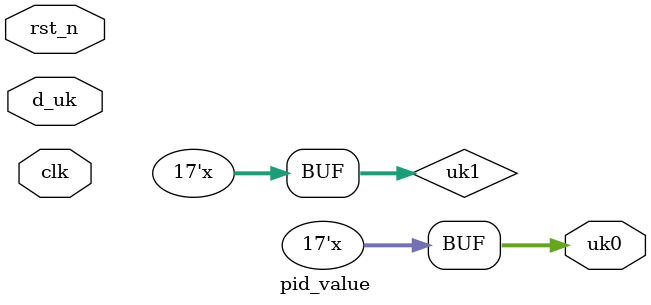
<source format=v>
module pid_value (
	//system signals
	input		clk						, // 时钟信号
	input		rst_n					, // 复位信号，低电平有效
	input		signed [16:0]	  d_uk	    , // pid增量
	output	    reg signed [16:0]      uk0		  // pid输出值
);
 
reg signed [16:0] uk1 = 17'd0; // 上一时刻u(k-1)的值
 
always @ (d_uk) begin
	uk0 = uk1 + d_uk; // 计算pid输出值
	uk1 = uk0;// 寄存上一时刻 u(k-1)的值    
end
 
endmodule
</source>
